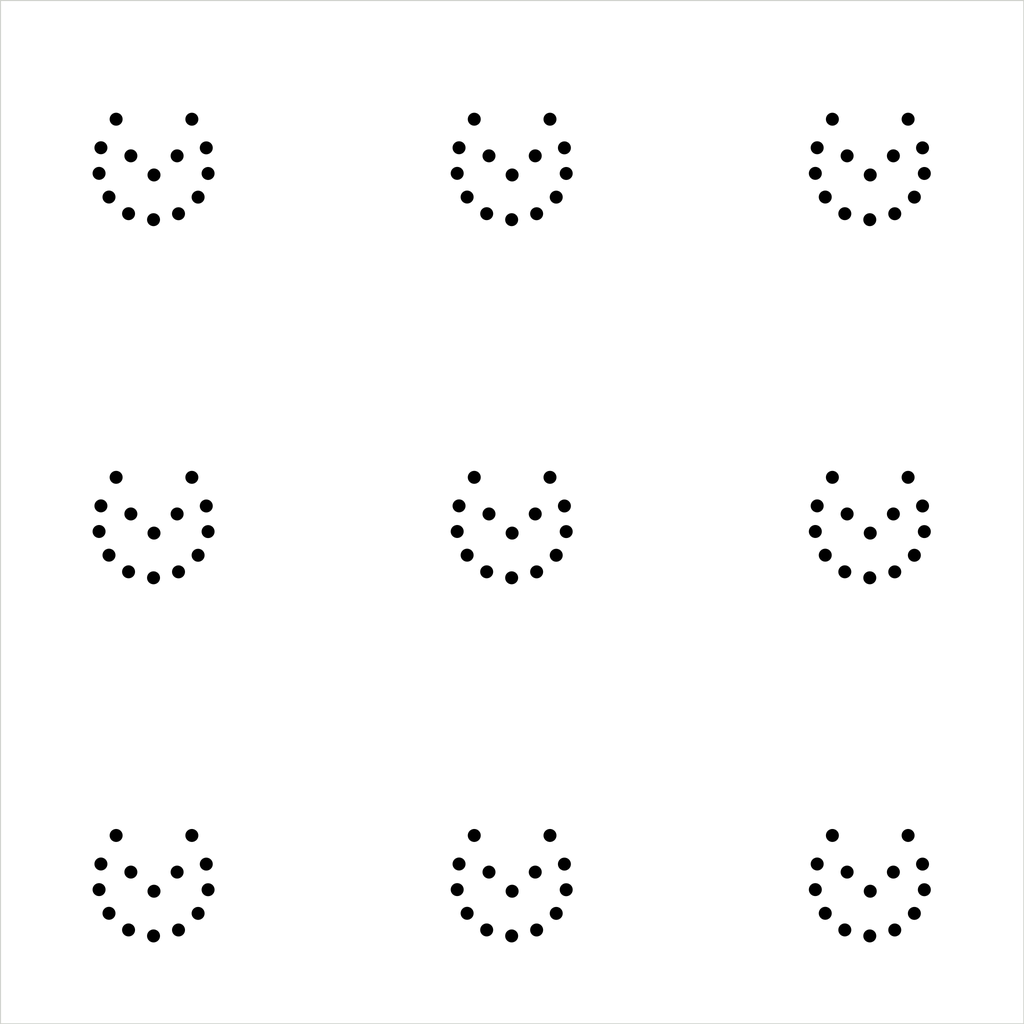
<source format=kicad_pcb>
(kicad_pcb (version 20210925) (generator pcbnew)
  (layers (0 "F.Cu" signal) (31 "B.Cu" signal) (34 "B.Paste" user) (35 "F.Paste" user) (36 "B.SilkS" user "B.Silkscreen") (37 "F.SilkS" user "F.Silkscreen") (38 "B.Mask" user) (39 "F.Mask" user) (44 "Edge.Cuts" user))
  (net 0 "")
  (footprint "jig:DIN14_Jig" (layer "F.Cu") (at 125 115)
    (fp_text reference "REF**" hide)
    (fp_text value "Val**" hide)
    (pad "" np_thru_hole circle (at -3.7 -4.4) (size 1.27 1.27) (drill 1.27) (layers *.Mask))
    (pad "" np_thru_hole circle (at 3.7 -4.4) (size 1.27 1.27) (drill 1.27) (layers *.Mask))
    (pad "" np_thru_hole circle (at -5.367796 0.892615) (size 1.27 1.27) (drill 1.27) (layers *.Mask))
    (pad "" np_thru_hole circle (at -5.186687 -1.610484) (size 1.27 1.27) (drill 1.27) (layers *.Mask))
    (pad "" np_thru_hole circle (at 5.286009 0.903465) (size 1.27 1.27) (drill 1.27) (layers *.Mask))
    (pad "" np_thru_hole circle (at 4.311125 3.216025) (size 1.27 1.27) (drill 1.27) (layers *.Mask))
    (pad "" np_thru_hole circle (at -0.045496 5.418781) (size 1.27 1.27) (drill 1.27) (layers *.Mask))
    (pad "" np_thru_hole circle (at 0 1.05) (size 1.27 1.27) (drill 1.27) (layers *.Mask))
    (pad "" np_thru_hole circle (at 5.11 -1.6) (size 1.27 1.27) (drill 1.27) (layers *.Mask))
    (pad "" np_thru_hole circle (at -2.485818 4.832987) (size 1.27 1.27) (drill 1.27) (layers *.Mask))
    (pad "" np_thru_hole circle (at -4.397625 3.207156) (size 1.27 1.27) (drill 1.27) (layers *.Mask))
    (pad "" np_thru_hole circle (at 2.26 -0.82) (size 1.27 1.27) (drill 1.27) (layers *.Mask))
    (pad "" np_thru_hole circle (at 2.396012 4.837959) (size 1.27 1.27) (drill 1.27) (layers *.Mask))
    (pad "" np_thru_hole circle (at -2.26 -0.82) (size 1.27 1.27) (drill 1.27) (layers *.Mask))
  )
  (footprint "jig:DIN14_Jig" (layer "F.Cu") (at 125 150)
    (fp_text reference "REF**" hide)
    (fp_text value "Val**" hide)
    (pad "" np_thru_hole circle (at -3.7 -4.4) (size 1.27 1.27) (drill 1.27) (layers *.Mask))
    (pad "" np_thru_hole circle (at 3.7 -4.4) (size 1.27 1.27) (drill 1.27) (layers *.Mask))
    (pad "" np_thru_hole circle (at -5.367796 0.892615) (size 1.27 1.27) (drill 1.27) (layers *.Mask))
    (pad "" np_thru_hole circle (at -5.186687 -1.610484) (size 1.27 1.27) (drill 1.27) (layers *.Mask))
    (pad "" np_thru_hole circle (at 5.286009 0.903465) (size 1.27 1.27) (drill 1.27) (layers *.Mask))
    (pad "" np_thru_hole circle (at 4.311125 3.216025) (size 1.27 1.27) (drill 1.27) (layers *.Mask))
    (pad "" np_thru_hole circle (at -0.045496 5.418781) (size 1.27 1.27) (drill 1.27) (layers *.Mask))
    (pad "" np_thru_hole circle (at 0 1.05) (size 1.27 1.27) (drill 1.27) (layers *.Mask))
    (pad "" np_thru_hole circle (at 5.11 -1.6) (size 1.27 1.27) (drill 1.27) (layers *.Mask))
    (pad "" np_thru_hole circle (at -2.485818 4.832987) (size 1.27 1.27) (drill 1.27) (layers *.Mask))
    (pad "" np_thru_hole circle (at -4.397625 3.207156) (size 1.27 1.27) (drill 1.27) (layers *.Mask))
    (pad "" np_thru_hole circle (at 2.26 -0.82) (size 1.27 1.27) (drill 1.27) (layers *.Mask))
    (pad "" np_thru_hole circle (at 2.396012 4.837959) (size 1.27 1.27) (drill 1.27) (layers *.Mask))
    (pad "" np_thru_hole circle (at -2.26 -0.82) (size 1.27 1.27) (drill 1.27) (layers *.Mask))
  )
  (footprint "jig:DIN14_Jig" (layer "F.Cu") (at 160 150)
    (fp_text reference "REF**" hide)
    (fp_text value "Val**" hide)
    (pad "" np_thru_hole circle (at -3.7 -4.4) (size 1.27 1.27) (drill 1.27) (layers *.Mask))
    (pad "" np_thru_hole circle (at 3.7 -4.4) (size 1.27 1.27) (drill 1.27) (layers *.Mask))
    (pad "" np_thru_hole circle (at -5.367796 0.892615) (size 1.27 1.27) (drill 1.27) (layers *.Mask))
    (pad "" np_thru_hole circle (at -5.186687 -1.610484) (size 1.27 1.27) (drill 1.27) (layers *.Mask))
    (pad "" np_thru_hole circle (at 5.286009 0.903465) (size 1.27 1.27) (drill 1.27) (layers *.Mask))
    (pad "" np_thru_hole circle (at 4.311125 3.216025) (size 1.27 1.27) (drill 1.27) (layers *.Mask))
    (pad "" np_thru_hole circle (at -0.045496 5.418781) (size 1.27 1.27) (drill 1.27) (layers *.Mask))
    (pad "" np_thru_hole circle (at 0 1.05) (size 1.27 1.27) (drill 1.27) (layers *.Mask))
    (pad "" np_thru_hole circle (at 5.11 -1.6) (size 1.27 1.27) (drill 1.27) (layers *.Mask))
    (pad "" np_thru_hole circle (at -2.485818 4.832987) (size 1.27 1.27) (drill 1.27) (layers *.Mask))
    (pad "" np_thru_hole circle (at -4.397625 3.207156) (size 1.27 1.27) (drill 1.27) (layers *.Mask))
    (pad "" np_thru_hole circle (at 2.26 -0.82) (size 1.27 1.27) (drill 1.27) (layers *.Mask))
    (pad "" np_thru_hole circle (at 2.396012 4.837959) (size 1.27 1.27) (drill 1.27) (layers *.Mask))
    (pad "" np_thru_hole circle (at -2.26 -0.82) (size 1.27 1.27) (drill 1.27) (layers *.Mask))
  )
  (footprint "jig:DIN14_Jig" (layer "F.Cu") (at 195 115)
    (fp_text reference "REF**" hide)
    (fp_text value "Val**" hide)
    (pad "" np_thru_hole circle (at -3.7 -4.4) (size 1.27 1.27) (drill 1.27) (layers *.Mask))
    (pad "" np_thru_hole circle (at 3.7 -4.4) (size 1.27 1.27) (drill 1.27) (layers *.Mask))
    (pad "" np_thru_hole circle (at -5.367796 0.892615) (size 1.27 1.27) (drill 1.27) (layers *.Mask))
    (pad "" np_thru_hole circle (at -5.186687 -1.610484) (size 1.27 1.27) (drill 1.27) (layers *.Mask))
    (pad "" np_thru_hole circle (at 5.286009 0.903465) (size 1.27 1.27) (drill 1.27) (layers *.Mask))
    (pad "" np_thru_hole circle (at 4.311125 3.216025) (size 1.27 1.27) (drill 1.27) (layers *.Mask))
    (pad "" np_thru_hole circle (at -0.045496 5.418781) (size 1.27 1.27) (drill 1.27) (layers *.Mask))
    (pad "" np_thru_hole circle (at 0 1.05) (size 1.27 1.27) (drill 1.27) (layers *.Mask))
    (pad "" np_thru_hole circle (at 5.11 -1.6) (size 1.27 1.27) (drill 1.27) (layers *.Mask))
    (pad "" np_thru_hole circle (at -2.485818 4.832987) (size 1.27 1.27) (drill 1.27) (layers *.Mask))
    (pad "" np_thru_hole circle (at -4.397625 3.207156) (size 1.27 1.27) (drill 1.27) (layers *.Mask))
    (pad "" np_thru_hole circle (at 2.26 -0.82) (size 1.27 1.27) (drill 1.27) (layers *.Mask))
    (pad "" np_thru_hole circle (at 2.396012 4.837959) (size 1.27 1.27) (drill 1.27) (layers *.Mask))
    (pad "" np_thru_hole circle (at -2.26 -0.82) (size 1.27 1.27) (drill 1.27) (layers *.Mask))
  )
  (footprint "jig:DIN14_Jig" (layer "F.Cu") (at 125 80)
    (fp_text reference "REF**" hide)
    (fp_text value "Val**" hide)
    (pad "" np_thru_hole circle (at -3.7 -4.4) (size 1.27 1.27) (drill 1.27) (layers *.Mask))
    (pad "" np_thru_hole circle (at 3.7 -4.4) (size 1.27 1.27) (drill 1.27) (layers *.Mask))
    (pad "" np_thru_hole circle (at -5.367796 0.892615) (size 1.27 1.27) (drill 1.27) (layers *.Mask))
    (pad "" np_thru_hole circle (at -5.186687 -1.610484) (size 1.27 1.27) (drill 1.27) (layers *.Mask))
    (pad "" np_thru_hole circle (at 5.286009 0.903465) (size 1.27 1.27) (drill 1.27) (layers *.Mask))
    (pad "" np_thru_hole circle (at 4.311125 3.216025) (size 1.27 1.27) (drill 1.27) (layers *.Mask))
    (pad "" np_thru_hole circle (at -0.045496 5.418781) (size 1.27 1.27) (drill 1.27) (layers *.Mask))
    (pad "" np_thru_hole circle (at 0 1.05) (size 1.27 1.27) (drill 1.27) (layers *.Mask))
    (pad "" np_thru_hole circle (at 5.11 -1.6) (size 1.27 1.27) (drill 1.27) (layers *.Mask))
    (pad "" np_thru_hole circle (at -2.485818 4.832987) (size 1.27 1.27) (drill 1.27) (layers *.Mask))
    (pad "" np_thru_hole circle (at -4.397625 3.207156) (size 1.27 1.27) (drill 1.27) (layers *.Mask))
    (pad "" np_thru_hole circle (at 2.26 -0.82) (size 1.27 1.27) (drill 1.27) (layers *.Mask))
    (pad "" np_thru_hole circle (at 2.396012 4.837959) (size 1.27 1.27) (drill 1.27) (layers *.Mask))
    (pad "" np_thru_hole circle (at -2.26 -0.82) (size 1.27 1.27) (drill 1.27) (layers *.Mask))
  )
  (footprint "jig:DIN14_Jig" (layer "F.Cu") (at 160 80)
    (fp_text reference "REF**" hide)
    (fp_text value "Val**" hide)
    (pad "" np_thru_hole circle (at -3.7 -4.4) (size 1.27 1.27) (drill 1.27) (layers *.Mask))
    (pad "" np_thru_hole circle (at 3.7 -4.4) (size 1.27 1.27) (drill 1.27) (layers *.Mask))
    (pad "" np_thru_hole circle (at -5.367796 0.892615) (size 1.27 1.27) (drill 1.27) (layers *.Mask))
    (pad "" np_thru_hole circle (at -5.186687 -1.610484) (size 1.27 1.27) (drill 1.27) (layers *.Mask))
    (pad "" np_thru_hole circle (at 5.286009 0.903465) (size 1.27 1.27) (drill 1.27) (layers *.Mask))
    (pad "" np_thru_hole circle (at 4.311125 3.216025) (size 1.27 1.27) (drill 1.27) (layers *.Mask))
    (pad "" np_thru_hole circle (at -0.045496 5.418781) (size 1.27 1.27) (drill 1.27) (layers *.Mask))
    (pad "" np_thru_hole circle (at 0 1.05) (size 1.27 1.27) (drill 1.27) (layers *.Mask))
    (pad "" np_thru_hole circle (at 5.11 -1.6) (size 1.27 1.27) (drill 1.27) (layers *.Mask))
    (pad "" np_thru_hole circle (at -2.485818 4.832987) (size 1.27 1.27) (drill 1.27) (layers *.Mask))
    (pad "" np_thru_hole circle (at -4.397625 3.207156) (size 1.27 1.27) (drill 1.27) (layers *.Mask))
    (pad "" np_thru_hole circle (at 2.26 -0.82) (size 1.27 1.27) (drill 1.27) (layers *.Mask))
    (pad "" np_thru_hole circle (at 2.396012 4.837959) (size 1.27 1.27) (drill 1.27) (layers *.Mask))
    (pad "" np_thru_hole circle (at -2.26 -0.82) (size 1.27 1.27) (drill 1.27) (layers *.Mask))
  )
  (footprint "jig:DIN14_Jig" (layer "F.Cu") (at 195 80)
    (fp_text reference "REF**" hide)
    (fp_text value "Val**" hide)
    (pad "" np_thru_hole circle (at -3.7 -4.4) (size 1.27 1.27) (drill 1.27) (layers *.Mask))
    (pad "" np_thru_hole circle (at 3.7 -4.4) (size 1.27 1.27) (drill 1.27) (layers *.Mask))
    (pad "" np_thru_hole circle (at -5.367796 0.892615) (size 1.27 1.27) (drill 1.27) (layers *.Mask))
    (pad "" np_thru_hole circle (at -5.186687 -1.610484) (size 1.27 1.27) (drill 1.27) (layers *.Mask))
    (pad "" np_thru_hole circle (at 5.286009 0.903465) (size 1.27 1.27) (drill 1.27) (layers *.Mask))
    (pad "" np_thru_hole circle (at 4.311125 3.216025) (size 1.27 1.27) (drill 1.27) (layers *.Mask))
    (pad "" np_thru_hole circle (at -0.045496 5.418781) (size 1.27 1.27) (drill 1.27) (layers *.Mask))
    (pad "" np_thru_hole circle (at 0 1.05) (size 1.27 1.27) (drill 1.27) (layers *.Mask))
    (pad "" np_thru_hole circle (at 5.11 -1.6) (size 1.27 1.27) (drill 1.27) (layers *.Mask))
    (pad "" np_thru_hole circle (at -2.485818 4.832987) (size 1.27 1.27) (drill 1.27) (layers *.Mask))
    (pad "" np_thru_hole circle (at -4.397625 3.207156) (size 1.27 1.27) (drill 1.27) (layers *.Mask))
    (pad "" np_thru_hole circle (at 2.26 -0.82) (size 1.27 1.27) (drill 1.27) (layers *.Mask))
    (pad "" np_thru_hole circle (at 2.396012 4.837959) (size 1.27 1.27) (drill 1.27) (layers *.Mask))
    (pad "" np_thru_hole circle (at -2.26 -0.82) (size 1.27 1.27) (drill 1.27) (layers *.Mask))
  )
  (footprint "jig:DIN14_Jig" (layer "F.Cu") (at 160 115)
    (fp_text reference "REF**" hide)
    (fp_text value "Val**" hide)
    (pad "" np_thru_hole circle (at -3.7 -4.4) (size 1.27 1.27) (drill 1.27) (layers *.Mask))
    (pad "" np_thru_hole circle (at 3.7 -4.4) (size 1.27 1.27) (drill 1.27) (layers *.Mask))
    (pad "" np_thru_hole circle (at -5.367796 0.892615) (size 1.27 1.27) (drill 1.27) (layers *.Mask))
    (pad "" np_thru_hole circle (at -5.186687 -1.610484) (size 1.27 1.27) (drill 1.27) (layers *.Mask))
    (pad "" np_thru_hole circle (at 5.286009 0.903465) (size 1.27 1.27) (drill 1.27) (layers *.Mask))
    (pad "" np_thru_hole circle (at 4.311125 3.216025) (size 1.27 1.27) (drill 1.27) (layers *.Mask))
    (pad "" np_thru_hole circle (at -0.045496 5.418781) (size 1.27 1.27) (drill 1.27) (layers *.Mask))
    (pad "" np_thru_hole circle (at 0 1.05) (size 1.27 1.27) (drill 1.27) (layers *.Mask))
    (pad "" np_thru_hole circle (at 5.11 -1.6) (size 1.27 1.27) (drill 1.27) (layers *.Mask))
    (pad "" np_thru_hole circle (at -2.485818 4.832987) (size 1.27 1.27) (drill 1.27) (layers *.Mask))
    (pad "" np_thru_hole circle (at -4.397625 3.207156) (size 1.27 1.27) (drill 1.27) (layers *.Mask))
    (pad "" np_thru_hole circle (at 2.26 -0.82) (size 1.27 1.27) (drill 1.27) (layers *.Mask))
    (pad "" np_thru_hole circle (at 2.396012 4.837959) (size 1.27 1.27) (drill 1.27) (layers *.Mask))
    (pad "" np_thru_hole circle (at -2.26 -0.82) (size 1.27 1.27) (drill 1.27) (layers *.Mask))
  )
  (footprint "jig:DIN14_Jig" (layer "F.Cu") (at 195 150)
    (fp_text reference "REF**" hide)
    (fp_text value "Val**" hide)
    (pad "" np_thru_hole circle (at -3.7 -4.4) (size 1.27 1.27) (drill 1.27) (layers *.Mask))
    (pad "" np_thru_hole circle (at 3.7 -4.4) (size 1.27 1.27) (drill 1.27) (layers *.Mask))
    (pad "" np_thru_hole circle (at -5.367796 0.892615) (size 1.27 1.27) (drill 1.27) (layers *.Mask))
    (pad "" np_thru_hole circle (at -5.186687 -1.610484) (size 1.27 1.27) (drill 1.27) (layers *.Mask))
    (pad "" np_thru_hole circle (at 5.286009 0.903465) (size 1.27 1.27) (drill 1.27) (layers *.Mask))
    (pad "" np_thru_hole circle (at 4.311125 3.216025) (size 1.27 1.27) (drill 1.27) (layers *.Mask))
    (pad "" np_thru_hole circle (at -0.045496 5.418781) (size 1.27 1.27) (drill 1.27) (layers *.Mask))
    (pad "" np_thru_hole circle (at 0 1.05) (size 1.27 1.27) (drill 1.27) (layers *.Mask))
    (pad "" np_thru_hole circle (at 5.11 -1.6) (size 1.27 1.27) (drill 1.27) (layers *.Mask))
    (pad "" np_thru_hole circle (at -2.485818 4.832987) (size 1.27 1.27) (drill 1.27) (layers *.Mask))
    (pad "" np_thru_hole circle (at -4.397625 3.207156) (size 1.27 1.27) (drill 1.27) (layers *.Mask))
    (pad "" np_thru_hole circle (at 2.26 -0.82) (size 1.27 1.27) (drill 1.27) (layers *.Mask))
    (pad "" np_thru_hole circle (at 2.396012 4.837959) (size 1.27 1.27) (drill 1.27) (layers *.Mask))
    (pad "" np_thru_hole circle (at -2.26 -0.82) (size 1.27 1.27) (drill 1.27) (layers *.Mask))
  )
  (gr_line (start 210 64) (end 210 164) (layer "Edge.Cuts") (width 0.1))
  (gr_line (start 110 64) (end 210 64) (layer "Edge.Cuts") (width 0.1))
  (gr_line (start 110 164) (end 110 64) (layer "Edge.Cuts") (width 0.1))
  (gr_line (start 210 164) (end 110 164) (layer "Edge.Cuts") (width 0.1))
)
</source>
